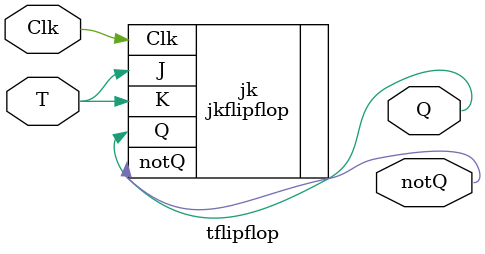
<source format=v>
module tflipflop(
input T, Clk,
output Q, notQ
    );
    
    jkflipflop jk (
    .J(T),
    .K(T),
    .Clk(Clk),
    .Q(Q),  
    .notQ(notQ)
    );
    
endmodule
</source>
